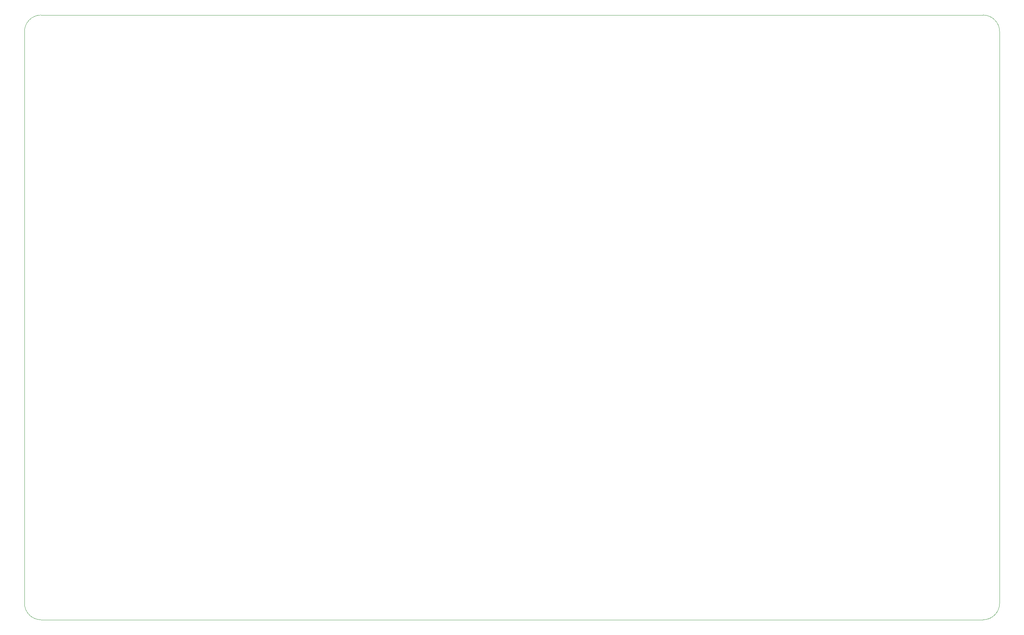
<source format=gbr>
G04 #@! TF.GenerationSoftware,KiCad,Pcbnew,(5.1.5)-3*
G04 #@! TF.CreationDate,2020-08-28T22:02:13-03:00*
G04 #@! TF.ProjectId,BMS_24S,424d535f-3234-4532-9e6b-696361645f70,A*
G04 #@! TF.SameCoordinates,Original*
G04 #@! TF.FileFunction,Profile,NP*
%FSLAX46Y46*%
G04 Gerber Fmt 4.6, Leading zero omitted, Abs format (unit mm)*
G04 Created by KiCad (PCBNEW (5.1.5)-3) date 2020-08-28 22:02:13*
%MOMM*%
%LPD*%
G04 APERTURE LIST*
%ADD10C,0.050000*%
G04 APERTURE END LIST*
D10*
X397256000Y-54356000D02*
G75*
G02X401320000Y-58420000I0J-4064000D01*
G01*
X401320000Y-199136000D02*
G75*
G02X397256000Y-203200000I-4064000J0D01*
G01*
X161544000Y-58420000D02*
G75*
G02X165608000Y-54356000I4064000J0D01*
G01*
X165608000Y-203200000D02*
G75*
G02X161544000Y-199136000I0J4064000D01*
G01*
X161544000Y-58420000D02*
X161544000Y-199136000D01*
X397256000Y-54356000D02*
X165608000Y-54356000D01*
X401320000Y-199136000D02*
X401320000Y-58420000D01*
X165608000Y-203200000D02*
X397256000Y-203200000D01*
M02*

</source>
